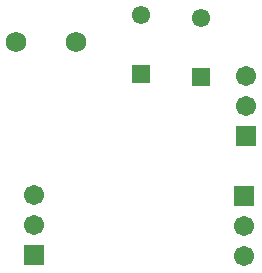
<source format=gbs>
%FSLAX25Y25*%
%MOIN*%
G70*
G01*
G75*
G04 Layer_Color=16711935*
%ADD10C,0.02000*%
%ADD11C,0.01000*%
%ADD12R,0.06000X0.06000*%
%ADD13O,0.03937X0.01969*%
%ADD14R,0.03937X0.01969*%
%ADD15C,0.01500*%
%ADD16C,0.06000*%
%ADD17C,0.05315*%
%ADD18R,0.05315X0.05315*%
%ADD19R,0.05906X0.05906*%
%ADD20C,0.05906*%
%ADD21C,0.00787*%
%ADD22R,0.06800X0.06800*%
%ADD23O,0.04737X0.02769*%
%ADD24R,0.04737X0.02769*%
%ADD25C,0.06800*%
%ADD26C,0.06115*%
%ADD27R,0.06115X0.06115*%
%ADD28R,0.06706X0.06706*%
%ADD29C,0.06706*%
D25*
X239000Y313500D02*
D03*
X219000D02*
D03*
D26*
X260500Y322342D02*
D03*
X280500Y321342D02*
D03*
D27*
X260500Y302658D02*
D03*
X280500Y301658D02*
D03*
D28*
X295500Y282000D02*
D03*
X295000Y262000D02*
D03*
X225000Y242500D02*
D03*
D29*
X295500Y292000D02*
D03*
Y302000D02*
D03*
X295000Y252000D02*
D03*
Y242000D02*
D03*
X225000Y252500D02*
D03*
Y262500D02*
D03*
M02*

</source>
